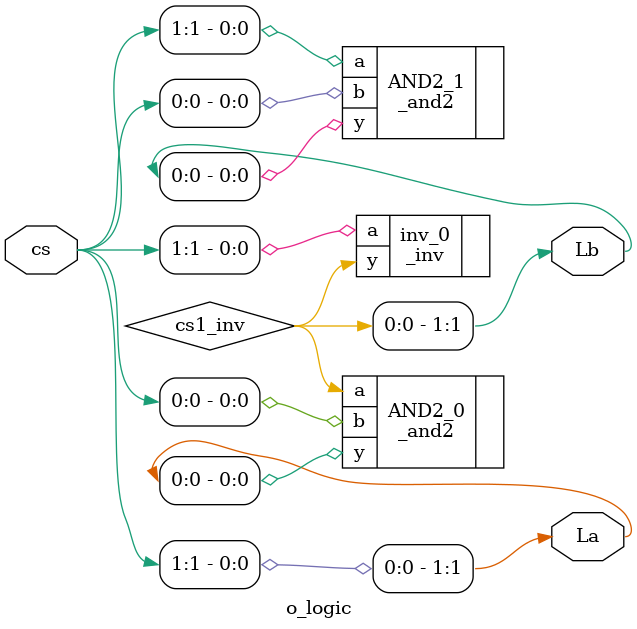
<source format=v>
module o_logic(La, Lb, cs);

	input [1:0]cs;
	output [1:0]La;
	output [1:0]Lb; //set input and output
	
	wire cs1_inv; //for ~cs[1]
	
	
	assign La[1] = cs[1];
	_inv inv_0(.a(cs[1]), .y(cs1_inv));
	_and2 AND2_0(.a(cs1_inv), .b(cs[0]), .y(La[0]));
	assign Lb[1] = cs1_inv;
	_and2 AND2_1(.a(cs[1]), .b(cs[0]), .y(Lb[0])); //get output
	

endmodule 
</source>
